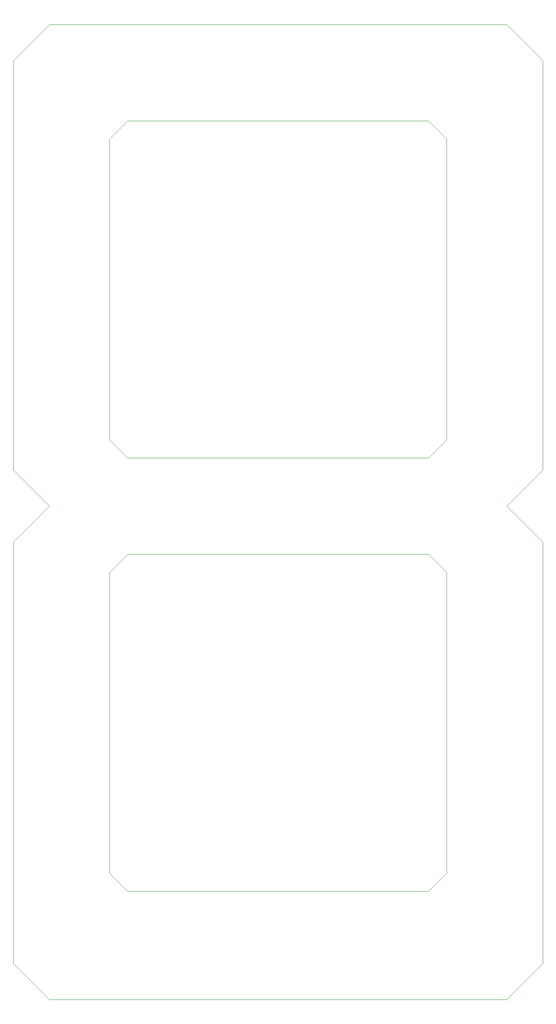
<source format=gbr>
G04 #@! TF.GenerationSoftware,KiCad,Pcbnew,(5.1.5)-3*
G04 #@! TF.CreationDate,2020-10-28T14:02:02+01:00*
G04 #@! TF.ProjectId,7segment,37736567-6d65-46e7-942e-6b696361645f,rev?*
G04 #@! TF.SameCoordinates,Original*
G04 #@! TF.FileFunction,Profile,NP*
%FSLAX46Y46*%
G04 Gerber Fmt 4.6, Leading zero omitted, Abs format (unit mm)*
G04 Created by KiCad (PCBNEW (5.1.5)-3) date 2020-10-28 14:02:02*
%MOMM*%
%LPD*%
G04 APERTURE LIST*
%ADD10C,0.050000*%
G04 APERTURE END LIST*
D10*
X62230000Y-198120000D02*
X58420000Y-194310000D01*
X129540000Y-194310000D02*
X125730000Y-198120000D01*
X125730000Y-127000000D02*
X129540000Y-130810000D01*
X58420000Y-130810000D02*
X62230000Y-127000000D01*
X62230000Y-106680000D02*
X58420000Y-102870000D01*
X129540000Y-102870000D02*
X125730000Y-106680000D01*
X125730000Y-35560000D02*
X129540000Y-39370000D01*
X62230000Y-35560000D02*
X58420000Y-39370000D01*
X149860000Y-109220000D02*
X149860000Y-22860000D01*
X149860000Y-213360000D02*
X149860000Y-124460000D01*
X38100000Y-124460000D02*
X38100000Y-213360000D01*
X38100000Y-22860000D02*
X38100000Y-109220000D01*
X142240000Y-116840000D02*
X149860000Y-124460000D01*
X149860000Y-109220000D02*
X142240000Y-116840000D01*
X45720000Y-116840000D02*
X38100000Y-124460000D01*
X38100000Y-109220000D02*
X45720000Y-116840000D01*
X142240000Y-220980000D02*
X149860000Y-213360000D01*
X38100000Y-213360000D02*
X45720000Y-220980000D01*
X149860000Y-22860000D02*
X142240000Y-15240000D01*
X38100000Y-22860000D02*
X45720000Y-15240000D01*
X58420000Y-194310000D02*
X58420000Y-130810000D01*
X125730000Y-198120000D02*
X62230000Y-198120000D01*
X129540000Y-130810000D02*
X129540000Y-194310000D01*
X62230000Y-127000000D02*
X125730000Y-127000000D01*
X58420000Y-102870000D02*
X58420000Y-39370000D01*
X125730000Y-106680000D02*
X62230000Y-106680000D01*
X129540000Y-39370000D02*
X129540000Y-102870000D01*
X62230000Y-35560000D02*
X125730000Y-35560000D01*
X142240000Y-220980000D02*
X45720000Y-220980000D01*
X45720000Y-15240000D02*
X142240000Y-15240000D01*
M02*

</source>
